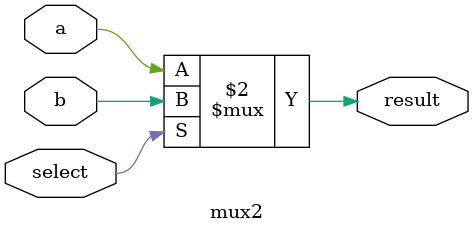
<source format=v>
module mux1(a,b,select,result);
   input a;
   input b;
   input select;
   output result;

   assign result = select ? b : a;
endmodule

module mux2(a,b,select,result);
   input a;
   input b;
   input select;
   output result;

   reg result;
   always @(a or b or select)
     begin
        result = select ? b : a;
     end
endmodule

</source>
